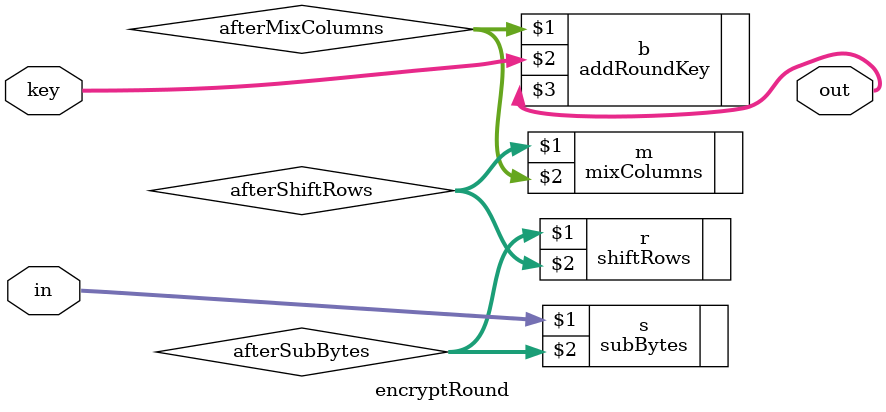
<source format=v>
`timescale 1ns / 1ps


module encryptRound(in, key, out);
    input  [127:0] in;
    input  [127:0] key;
    output [127:0] out;

    wire   [127:0] afterSubBytes;
    wire   [127:0] afterShiftRows;
    wire   [127:0] afterMixColumns;
    wire   [127:0] afterAddroundKey;
    
    subBytes    s(in, afterSubBytes);
    shiftRows   r(afterSubBytes, afterShiftRows);
    mixColumns  m(afterShiftRows, afterMixColumns);
    addRoundKey b(afterMixColumns, key, out);
		
endmodule

</source>
